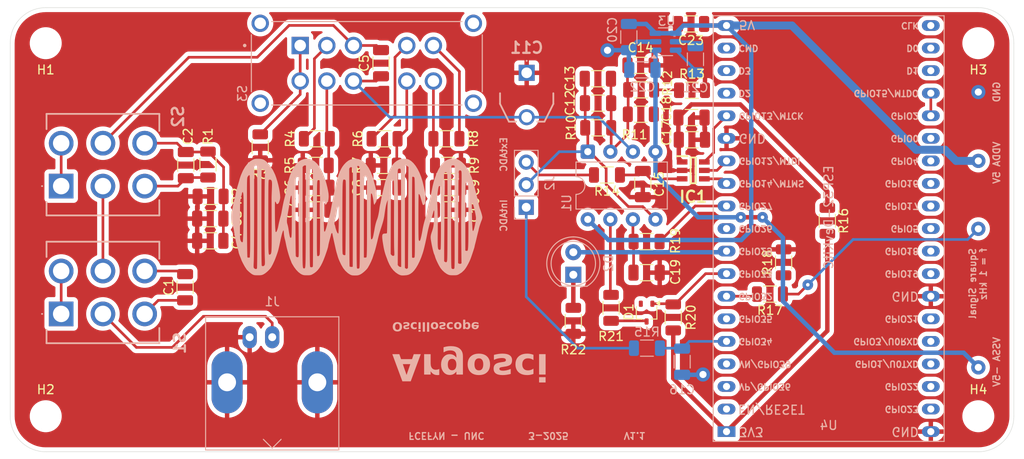
<source format=kicad_pcb>
(kicad_pcb (version 20241229) (generator "pcbnew") (generator_version "9.0")
  (title_block (title "Argosci PCB") (date "2025-03-13") (company "FCEFYN - UNC"))
  (layers (0 "F.Cu" signal) (2 "B.Cu" signal) (13 "F.Paste" user) (15 "B.Paste" user) (5 "F.SilkS" user "F.Silkscreen") (7 "B.SilkS" user "B.Silkscreen") (1 "F.Mask" user) (3 "B.Mask" user) (25 "Edge.Cuts" user))
  (net 0 "")
  (net 1 "Net-(S1-NO1)")
  (net 2 "Net-(S2-NO2)")
  (net 3 "Net-(S2-NO1)")
  (net 4 "GND")
  (net 5 "/Vatten")
  (net 6 "Net-(C6-Pad1)")
  (net 7 "Net-(C8-Pad1)")
  (net 8 "Net-(C10-Pad1)")
  (net 9 "/Complementary circuits/SIGNAL_INPUT")
  (net 10 "/Complementary circuits/EXT_ADC")
  (net 11 "/Complementary circuits/INT_ADC")
  (net 12 "+3.3V")
  (net 13 "Net-(U1B--)")
  (net 14 "VDDA")
  (net 15 "Net-(U3-C1+)")
  (net 16 "Net-(U3-C1-)")
  (net 17 "VSSA")
  (net 18 "Net-(D1-Pad3)")
  (net 19 "/Complementary circuits/TRANSIENT")
  (net 21 "/Complementary circuits/CLK_SPI")
  (net 22 "/Complementary circuits/MISO_SPI")
  (net 23 "Net-(J1-In)")
  (net 24 "/Square_signal")
  (net 25 "/Complementary circuits/SQUARE_ATTEN")
  (net 26 "/Complementary circuits/TRIGGER_PWM")
  (net 27 "Net-(R21-Pad2)")
  (net 28 "/Complementary circuits/LED_GPIO")
  (net 29 "Net-(S1-NC1)")
  (net 30 "Net-(S1-COM2)")
  (net 31 "Net-(S2-NC1)")
  (net 55 "Net-(U1A--)")
  (net 56 "Net-(D2-K)")
  (net 57 "Net-(S1-NO2)")
  (net 58 "Net-(S2-COM2)")
  (net 59 "/Complementary circuits/CS_SPI")
  (net 60 "/ESP32/CS_MCPWM_SYNC")
  (net 61 "Net-(IC1-VDD)")
  (net 62 "Net-(R3-Pad1)")
  (net 63 "Net-(R4-Pad2)")
  (net 64 "Net-(R6-Pad2)")
  (net 65 "Net-(R8-Pad2)")
  (net 66 "Net-(R12-Pad2)")
  (net 67 "Net-(J2-Pin_1)")
  (net 68 "Net-(J2-Pin_3)")
  (footprint "Resistor_SMD:R_1206_3216Metric" (layer "F.Cu") (at 125.525 79.76 180)
    (property "Reference" "R4")
    (property "Value" "910k")
  )
  (footprint "Resistor_SMD:R_1206_3216Metric" (layer "F.Cu") (at 178.075 93.675 90)
    (property "Reference" "R18")
    (property "Value" "6k8")
  )
  (footprint "Resistor_SMD:R_1206_3216Metric" (layer "F.Cu") (at 133.0625 82.76 180)
    (property "Reference" "R7")
    (property "Value" "160k")
  )
  (footprint "Capacitor_SMD:C_1206_3216Metric" (layer "F.Cu") (at 162.225 84.86 -90)
    (property "Reference" "C15")
    (property "Value" "68pF")
  )
  (footprint "Resistor_SMD:R_1206_3216Metric" (layer "F.Cu") (at 162.65 91.335)
    (property "Reference" "R19")
    (property "Value" "1.3M")
  )
  (footprint "MountingHole:MountingHole_3mm" (layer "F.Cu") (at 200 69)
    (property "Reference" "H3")
    (property "Value" "MountingHole")
  )
  (footprint "Resistor_SMD:R_1206_3216Metric" (layer "F.Cu") (at 113.27 82.6625 -90)
    (property "Reference" "R1")
    (property "Value" "1.5M")
  )
  (footprint "Resistor_SMD:R_1206_3216Metric" (layer "F.Cu") (at 162.0375 74.25)
    (property "Reference" "R12")
    (property "Value" "12k")
  )
  (footprint "MountingHole:MountingHole_3mm" (layer "F.Cu") (at 95 111)
    (property "Reference" "H2")
    (property "Value" "MountingHole")
  )
  (footprint "Capacitor_SMD:C_1206_3216Metric" (layer "F.Cu") (at 125.4625 85.26 180)
    (property "Reference" "C6")
    (property "Value" "6.8pF")
  )
  (footprint "Resistor_SMD:R_1206_3216Metric" (layer "F.Cu") (at 165.65 99.8725 90)
    (property "Reference" "R20")
    (property "Value" "33k")
  )
  (footprint "Package_TO_SOT_SMD:SOT-323_SC-70" (layer "F.Cu") (at 162.65 99.335 -90)
    (property "Reference" "D1")
    (property "Value" "BAT54CW")
  )
  (footprint "Capacitor_SMD:C_1206_3216Metric" (layer "F.Cu") (at 132.75 71.25 -90)
    (property "Reference" "C5")
    (property "Value" "18pF")
  )
  (footprint "Capacitor_SMD:C_1206_3216Metric" (layer "F.Cu") (at 140.3 87.76)
    (property "Reference" "C10")
    (property "Value" "47pF")
  )
  (footprint "Resistor_SMD:R_1206_3216Metric" (layer "F.Cu") (at 140.1125 79.76)
    (property "Reference" "R8")
    (property "Value" "1.3M")
  )
  (footprint "Resistor_SMD:R_1206_3216Metric" (layer "F.Cu") (at 158.65 98.7975 90)
    (property "Reference" "R21")
    (property "Value" "43k")
  )
  (footprint "Capacitor_SMD:C_1206_3216Metric" (layer "F.Cu") (at 167.75 79.87)
    (property "Reference" "C17")
    (property "Value" "1uF")
  )
  (footprint "Resistor_SMD:R_1206_3216Metric" (layer "F.Cu") (at 154.4 100.26 -90)
    (property "Reference" "R22")
    (property "Value" "270R")
  )
  (footprint "Capacitor_SMD:C_1206_3216Metric" (layer "F.Cu") (at 162.65 94.835)
    (property "Reference" "C19")
    (property "Value" "10nF")
  )
  (footprint "Capacitor_SMD:C_1206_3216Metric" (layer "F.Cu") (at 133.125 85.26 180)
    (property "Reference" "C8")
    (property "Value" "82pF")
  )
  (footprint "Capacitor_SMD:C_1206_3216Metric" (layer "F.Cu") (at 110.69 96.475 90)
    (property "Reference" "C1")
    (property "Value" "150nF")
  )
  (footprint "Resistor_SMD:R_1206_3216Metric" (layer "F.Cu") (at 113.5625 86.25 180)
    (property "Reference" "R2")
    (property "Value" "39k")
  )
  (footprint "Resistor_SMD:R_1206_3216Metric" (layer "F.Cu") (at 125.4 82.76 180)
    (property "Reference" "R5")
    (property "Value" "590k")
  )
  (footprint "Resistor_SMD:R_1206_3216Metric" (layer "F.Cu") (at 176.5375 97.25 180)
    (property "Reference" "R17")
    (property "Value" "15k")
  )
  (footprint "Resistor_SMD:R_1206_3216Metric" (layer "F.Cu") (at 119.15 80.7225 -90)
    (property "Reference" "R3")
    (property "Value" "1.3M")
  )
  (footprint "MountingHole:MountingHole_3mm" (layer "F.Cu") (at 95 69)
    (property "Reference" "H1")
    (property "Value" "MountingHole")
  )
  (footprint "Capacitor_SMD:C_1206_3216Metric" (layer "F.Cu") (at 125.4625 87.76 180)
    (property "Reference" "C7")
    (property "Value" "1pF")
  )
  (footprint "Resistor_SMD:R_1206_3216Metric" (layer "F.Cu") (at 133.15 79.76 180)
    (property "Reference" "R6")
    (property "Value" "910k")
  )
  (footprint "MountingHole:MountingHole_3mm" (layer "F.Cu") (at 200 111)
    (property "Reference" "H4")
    (property "Value" "MountingHole")
  )
  (footprint "Resistor_SMD:R_1206_3216Metric" (layer "F.Cu") (at 140.2875 82.76)
    (property "Reference" "R9")
    (property "Value" "82k")
  )
  (footprint "Resistor_SMD:R_1206_3216Metric" (layer "F.Cu") (at 167.7625 74.3)
    (property "Reference" "R13")
    (property "Value" "270k")
  )
  (footprint "Resistor_SMD:R_1206_3216Metric" (layer "F.Cu") (at 157.2 78.53)
    (property "Reference" "R10")
    (property "Value" "330k")
  )
  (footprint "Capacitor_SMD:C_1206_3216Metric" (layer "F.Cu") (at 140.3 85.26)
    (property "Reference" "C9")
    (property "Value" "220pF")
  )
  (footprint "Capacitor_SMD:C_1206_3216Metric" (layer "F.Cu") (at 157.185 75.75 180)
    (property "Reference" "C12")
    (property "Value" "68pF")
  )
  (footprint "Capacitor_SMD:C_1206_3216Metric" (layer "F.Cu") (at 113.525 88.75 180)
    (property "Reference" "C3")
    (property "Value" "680pF")
  )
  (footprint "Resistor_SMD:R_1206_3216Metric" (layer "F.Cu") (at 183 89 -90)
    (property "Reference" "R16")
    (property "Value" "0R")
  )
  (footprint "footprints:SOT95P280X145-6N" (layer "F.Cu") (at 167.9 83.32)
    (property "Reference" "IC1")
    (property "Value" "ADS7884SDBVT" (hide yes))
  )
  (footprint "Capacitor_SMD:C_1206_3216Metric" (layer "F.Cu") (at 113.525 91.25 180)
    (property "Reference" "C4")
    (property "Value" "18pF")
  )
  (footprint "Capacitor_SMD:C_1206_3216Metric" (layer "F.Cu") (at 167.65 66.835 180)
    (property "Reference" "C23")
    (property "Value" "100nF")
  )
  (footprint "Capacitor_SMD:C_1206_3216Metric" (layer "F.Cu") (at 167.7 77.37)
    (property "Reference" "C18")
    (property "Value" "10nF")
  )
  (footprint "Resistor_SMD:R_1206_3216Metric" (layer "F.Cu") (at 158.1875 83.835 180)
    (property "Reference" "R14")
    (property "Value" "680R")
  )
  (footprint "Capacitor_SMD:C_1206_3216Metric" (layer "F.Cu") (at 161.975 71.5 180)
    (property "Reference" "C14")
    (property "Value" "100pF")
  )
  (footprint "Resistor_SMD:R_1206_3216Metric" (layer "F.Cu") (at 162 77)
    (property "Reference" "R11")
    (property "Value" "1M")
  )
  (footprint "Capacitor_SMD:C_1206_3216Metric" (layer "F.Cu") (at 157.165 73 180)
    (property "Reference" "C13")
    (property "Value" "1pF")
  )
  (footprint "Capacitor_SMD:C_1206_3216Metric" (layer "F.Cu") (at 110.77 82.725 90)
    (property "Reference" "C2")
    (property "Value" "18pF")
  )
  (footprint "Connector_PinHeader_2.54mm:PinHeader_1x03_P2.54mm_Vertical" (layer "B.Cu") (at 149.1 87.475)
    (property "Reference" "J2")
    (property "Value" "Conn_01x03_Pin")
  )
  (footprint "Capacitor_SMD:C_1206_3216Metric" (layer "B.Cu") (at 168.15 70.81 -90)
    (property "Reference" "C21")
    (property "Value" "1uF")
  )
  (footprint "Connector_Coaxial:BNC_Amphenol_B6252HB-NPP3G-50_Horizontal" (layer "B.Cu") (at 120.5 102.1)
    (property "Reference" "J1")
    (property "Value" "Conn_Coaxial")
  )
  (footprint "footprints:GKG30015" (layer "B.Cu") (at 149.15 72.335 -90)
    (property "Reference" "C11")
    (property "Value" "GKG30015" (hide yes))
  )
  (footprint "footprints:SW_SLW-2414894-6A-RA-S-D" (layer "B.Cu") (at 131.15 71.26)
    (property "Reference" "S3")
    (property "Value" "SLW-2414894-6A-RA-S-D")
  )
  (footprint "Package_DIP:DIP-8_W7.62mm" (layer "B.Cu") (at 156.03 81.215 -90)
    (property "Reference" "U1")
    (property "Value" "TL082")
  )
  (footprint "Capacitor_SMD:C_1206_3216Metric" (layer "B.Cu") (at 160.65 68.31 -90)
    (property "Reference" "C20")
    (property "Value" "2.2uF")
  )
  (footprint "Capacitor_SMD:C_1206_3216Metric" (layer "B.Cu") (at 166.65 104.86 -90)
    (property "Reference" "C16")
    (property "Value" "100p")
  )
  (footprint "Capacitor_SMD:C_1206_3216Metric" (layer "B.Cu") (at 162.175 72 180)
    (property "Reference" "C22")
    (property "Value" "2.2uF")
  )
  (footprint "Package_TO_SOT_SMD:SOT-23-6" (layer "B.Cu") (at 164.7875 68.835)
    (property "Reference" "U3")
    (property "Value" "LM2776")
  )
  (footprint "footprints:100DP2T1B1M2QEH" (layer "B.Cu") (at 96.74 85.09)
    (property "Reference" "S2")
    (property "Value" "100DP2T1B1M2QEH" (hide yes))
  )
  (footprint "Resistor_SMD:R_1206_3216Metric" (layer "B.Cu") (at 162.6875 103.335 180)
    (property "Reference" "R15")
    (property "Value" "3k3")
  )
  (footprint "LOGO" (layer "B.Cu") (at 130 88.75)
    (property "Reference" "G***" (hide yes))
    (property "Value" "LOGO" (hide yes))
  )
  (footprint "PCM_Espressif:ESP32-DevKitC" (layer "B.Cu") (at 170.45 112.73)
    (property "Reference" "U4")
    (property "Value" "ESP32-DevKitC")
  )
  (footprint "LED_THT:LED_D5.0mm" (layer "B.Cu") (at 154.4 95.0725 90)
    (property "Reference" "D2")
    (property "Value" "LED")
  )
  (footprint "footprints:100DP2T1B1M2QEH" (layer "B.Cu") (at 96.74 99.48)
    (property "Reference" "S1")
    (property "Value" "100DP2T1B1M2QEH" (hide yes))
  )
  (gr_arc (start 204 111) (mid 202.828427 113.828427) (end 200 115) (stroke (width 0.05)) (layer "Edge.Cuts"))
  (gr_arc (start 95 115) (mid 92.171573 113.828427) (end 91 111) (stroke (width 0.05)) (layer "Edge.Cuts"))
  (gr_line (start 91 111) (end 91 69) (stroke (width 0.05)) (layer "Edge.Cuts"))
  (gr_line (start 204 111) (end 204 69) (stroke (width 0.05)) (layer "Edge.Cuts"))
  (gr_arc (start 91 69) (mid 92.171573 66.171573) (end 95 65) (stroke (width 0.05)) (layer "Edge.Cuts"))
  (gr_line (start 95 65) (end 200 65) (stroke (width 0.05)) (layer "Edge.Cuts"))
  (gr_line (start 200 115) (end 95 115) (stroke (width 0.05)) (layer "Edge.Cuts"))
  (gr_arc (start 200 65) (mid 202.828427 66.171573) (end 204 69) (stroke (width 0.05)) (layer "Edge.Cuts"))
  (gr_text "Oscilloscope" (at 134 100.25 180) (layer "B.SilkS") (effects (font (size 1 1) (thickness 0.25) (bold yes)) (justify left bottom mirror)))
  (gr_text "FCEFYN - UNC" (at 135.75 112.75 180) (layer "B.SilkS") (effects (font (size 0.75 0.75) (thickness 0.15) (bold yes)) (justify left bottom mirror)))
  (gr_text "Square Signal\nf = 1 kHz" (at 201 92 90) (layer "B.SilkS") (effects (font (size 0.75 0.75) (thickness 0.15) (bold yes)) (justify left bottom mirror)))
  (gr_text "VDDA 5V" (at 202.5 80 90) (layer "B.SilkS") (effects (font (size 0.75 0.75) (thickness 0.15) (bold yes)) (justify left bottom mirror)))
  (gr_text "3-2025" (at 149.25 112.75 180) (layer "B.SilkS") (effects (font (size 0.75 0.75) (thickness 0.15) (bold yes)) (justify left bottom mirror)))
  (gr_text "ExtADC" (at 147 79.5 90) (layer "B.SilkS") (effects (font (size 0.75 0.75) (thickness 0.15) (bold yes)) (justify left bottom mirror)))
  (gr_text "Argosci" (at 134 103.5 180) (layer "B.SilkS") (effects (font (size 3 3) (thickness 0.6) (bold yes)) (justify left bottom mirror)))
  (gr_text "V1.1" (at 160 112.75 180) (layer "B.SilkS") (effects (font (size 0.75 0.75) (thickness 0.15) (bold yes)) (justify left bottom mirror)))
  (gr_text "IntADC" (at 147 86.5 90) (layer "B.SilkS") (effects (font (size 0.75 0.75) (thickness 0.15) (bold yes)) (justify left bottom mirror)))
  (gr_text "GND" (at 202.5 73.25 90) (layer "B.SilkS") (effects (font (size 0.75 0.75) (thickness 0.15) (bold yes)) (justify left bottom mirror)))
  (gr_text "VSSA -5V" (at 202.5 102 90) (layer "B.SilkS") (effects (font (size 0.75 0.75) (thickness 0.15) (bold yes)) (justify left bottom mirror)))
  (segment (start 106.14 99.48) (end 107.67 97.95) (width 0.3) (layer "F.Cu") (net 1))
  (segment (start 107.67 97.95) (end 110.69 97.95) (width 0.3) (layer "F.Cu") (net 1))
  (segment (start 115.025 86.25) (end 115.025 88.725) (width 0.3) (layer "F.Cu") (net 2))
  (segment (start 113.22 81.25) (end 113.27 81.2) (width 0.3) (layer "F.Cu") (net 2))
  (segment (start 115.025 88.725) (end 115 88.75) (width 0.3) (layer "F.Cu") (net 2))
  (segment (start 110.77 81.25) (end 113.22 81.25) (width 0.3) (layer "F.Cu") (net 2))
  (segment (start 115.025 82.955) (end 115.025 86.25) (width 0.3) (layer "F.Cu") (net 2))
  (segment (start 115 91.25) (end 115 88.75) (width 0.3) (layer "F.Cu") (net 2))
  (segment (start 109.78 80.26) (end 110.77 81.25) (width 0.3) (layer "F.Cu") (net 2))
  (segment (start 113.27 81.2) (end 115.025 82.955) (width 0.3) (layer "F.Cu") (net 2))
  (segment (start 106.14 80.26) (end 109.78 80.26) (width 0.3) (layer "F.Cu") (net 2))
  (segment (start 109.88 85.09) (end 110.77 84.2) (width 0.3) (layer "F.Cu") (net 3))
  (segment (start 106.14 85.09) (end 109.88 85.09) (width 0.3) (layer "F.Cu") (net 3))
  (segment (start 113.27 84.125) (end 110.845 84.125) (width 0.3) (layer "F.Cu") (net 3))
  (segment (start 110.845 84.125) (end 110.77 84.2) (width 0.3) (layer "F.Cu") (net 3))
  (via (at 158.25 69.8) (size 1.6) (drill 0.8) (layers "F.Cu" "B.Cu") (net 4))
  (via (at 200 74.5) (size 1.6) (drill 0.8) (layers "F.Cu" "B.Cu") (net 4))
  (via (at 169 106.3) (size 1.6) (drill 0.8) (layers "F.Cu" "B.Cu") (net 4))
  (segment (start 160.65 69.785) (end 158.265 69.785) (width 0.5) (layer "B.Cu") (net 4))
  (segment (start 166.65 106.335) (end 168.965 106.335) (width 0.5) (layer "B.Cu") (net 4))
  (segment (start 160.7 69.835) (end 160.65 69.785) (width 0.5) (layer "B.Cu") (net 4))
  (segment (start 160.65 69.785) (end 160.65 71.95) (width 0.5) (layer "B.Cu") (net 4))
  (segment (start 160.65 71.95) (end 160.7 72) (width 0.5) (layer "B.Cu") (net 4))
  (segment (start 168.965 106.335) (end 169 106.3) (width 0.5) (layer "B.Cu") (net 4))
  (segment (start 168.565 106.335) (end 168.6 106.3) (width 0.5) (layer "B.Cu") (net 4))
  (segment (start 161.6 68.835) (end 163.65 68.835) (width 0.5) (layer "B.Cu") (net 4))
  (segment (start 158.715 69.785) (end 158.7 69.8) (width 0.5) (layer "B.Cu") (net 4))
  (segment (start 160.65 69.785) (end 161.6 68.835) (width 0.5) (layer "B.Cu") (net 4))
  (segment (start 158.265 69.785) (end 158.25 69.8) (width 0.5) (layer "B.Cu") (net 4))
  (segment (start 129.65 73.26) (end 132.215 73.26) (width 0.3) (layer "F.Cu") (net 5))
  (segment (start 132.215 73.26) (end 132.75 72.725) (width 0.3) (layer "F.Cu") (net 5))
  (segment (start 149.15 77.335) (end 157.23 77.335) (width 0.3) (layer "B.Cu") (net 5))
  (segment (start 129.65 73.26) (end 133.725 77.335) (width 0.3) (layer "B.Cu") (net 5))
  (segment (start 157.23 77.335) (end 161.11 81.215) (width 0.3) (layer "B.Cu") (net 5))
  (segment (start 133.725 77.335) (end 149.15 77.335) (width 0.3) (layer "B.Cu") (net 5))
  (segment (start 126.8625 79.8875) (end 126.8625 82.76) (width 0.3) (layer "F.Cu") (net 6))
  (segment (start 126.8625 85.185) (end 126.9375 85.26) (width 0.3) (layer "F.Cu") (net 6))
  (segment (start 126.9875 79.76) (end 126.9875 79.7625) (width 0.3) (layer "F.Cu") (net 6))
  (segment (start 126.9375 85.26) (end 126.9375 87.76) (width 0.3) (layer "F.Cu") (net 6))
  (segment (start 126.8625 82.76) (end 126.8625 85.185) (width 0.3) (layer "F.Cu") (net 6))
  (segment (start 126.65 73.26) (end 126.65 79.4225) (width 0.3) (layer "F.Cu") (net 6))
  (segment (start 126.9875 79.7625) (end 126.8625 79.8875) (width 0.3) (layer "F.Cu") (net 6))
  (segment (start 126.65 79.4225) (end 126.9875 79.76) (width 0.3) (layer "F.Cu") (net 6))
  (segment (start 135.65 78.7225) (end 134.6125 79.76) (width 0.3) (layer "F.Cu") (net 7))
  (segment (start 134.525 80.2) (end 134.525 82.76) (width 0.3) (layer "F.Cu") (net 7))
  (segment (start 134.6125 80.1125) (end 134.525 80.2) (width 0.3) (layer "F.Cu") (net 7))
  (segment (start 134.525 82.76) (end 134.525 85.185) (width 0.3) (layer "F.Cu") (net 7))
  (segment (start 135.65 73.26) (end 135.65 78.7225) (width 0.3) (layer "F.Cu") (net 7))
  (segment (start 134.6125 79.76) (end 134.6125 80.1125) (width 0.3) (layer "F.Cu") (net 7))
  (segment (start 134.525 85.185) (end 134.6 85.26) (width 0.3) (layer "F.Cu") (net 7))
  (segment (start 138.825 85.26) (end 138.825 87.76) (width 0.3) (layer "F.Cu") (net 8))
  (segment (start 138.825 82.76) (end 138.825 85.26) (width 0.3) (layer "F.Cu") (net 8))
  (segment (start 138.65 79.76) (end 138.65 82.585) (width 0.3) (layer "F.Cu") (net 8))
  (segment (start 138.65 82.585) (end 138.825 82.76) (width 0.3) (layer "F.Cu") (net 8))
  (segment (start 138.65 73.26) (end 138.65 79.76) (width 0.3) (layer "F.Cu") (net 8))
  (segment (start 156.03 78.8225) (end 155.7375 78.53) (width 0.3) (layer "F.Cu") (net 9))
  (segment (start 155.7375 78.53) (end 155.7375 75.7775) (width 0.3) (layer "F.Cu") (net 9))
  (segment (start 156.03 81.215) (end 156.03 78.8225) (width 0.3) (layer "F.Cu") (net 9))
  (segment (start 158.1 83.1) (end 158.1 84.9) (width 0.3) (layer "F.Cu") (net 9))
  (segment (start 160.6 87.4) (end 162.215 87.4) (width 0.3) (layer "F.Cu") (net 9))
  (segment (start 156.215 81.215) (end 158.1 83.1) (width 0.3) (layer "F.Cu") (net 9))
  (segment (start 156.03 81.215) (end 156.215 81.215) (width 0.3) (layer "F.Cu") (net 9))
  (segment (start 155.725 80.91) (end 156.03 81.215) (width 0.3) (layer "F.Cu") (net 9))
  (segment (start 155.71 75.75) (end 155.71 73.02) (width 0.3) (layer "F.Cu") (net 9))
  (segment (start 155.7375 75.7775) (end 155.71 75.75) (width 0.3) (layer "F.Cu") (net 9))
  (segment (start 162.215 87.4) (end 163.65 88.835) (width 0.3) (layer "F.Cu") (net 9))
  (segment (start 158.1 84.9) (end 160.6 87.4) (width 0.3) (layer "F.Cu") (net 9))
  (segment (start 155.71 73.02) (end 155.69 73) (width 0.3) (layer "F.Cu") (net 9))
  (segment (start 152.82 81.215) (end 156.03 81.215) (width 0.3) (layer "B.Cu") (net 9))
  (segment (start 156.03 81.22) (end 156.03 81.215) (width 0.3) (layer "B.Cu") (net 9))
  (segment (start 149.1 84.935) (end 152.82 81.215) (width 0.3) (layer "B.Cu") (net 9))
  (segment (start 163.11 84.27) (end 166.65 84.27) (width 0.3) (layer "F.Cu") (net 10))
  (segment (start 162.225 83.385) (end 163.11 84.27) (width 0.3) (layer "F.Cu") (net 10))
  (segment (start 159.65 83.835) (end 161.775 83.835) (width 0.3) (layer "F.Cu") (net 10))
  (segment (start 161.775 83.835) (end 162.225 83.385) (width 0.3) (layer "F.Cu") (net 10))
  (segment (start 171.65 102.57) (end 167.465 102.57) (width 0.3) (layer "B.Cu") (net 11))
  (segment (start 167.465 102.57) (end 166.65 103.385) (width 0.3) (layer "B.Cu") (net 11))
  (segment (start 164.15 103.335) (end 166.6 103.335) (width 0.3) (layer "B.Cu") (net 11))
  (segment (start 166.6 103.335) (end 166.65 103.385) (width 0.3) (layer "B.Cu") (net 11))
  (segment (start 183 101.38) (end 183 90.4625) (width 0.5) (layer "F.Cu") (net 12))
  (segment (start 171.65 112.73) (end 183 101.38) (width 0.5) (layer "F.Cu") (net 12))
  (segment (start 165.65 106.73) (end 165.65 101.335) (width 0.5) (layer "F.Cu") (net 12))
  (segment (start 171.65 112.73) (end 165.65 106.73) (width 0.5) (layer "F.Cu") (net 12))
  (segment (start 161.1875 94.8225) (end 161.175 94.835) (width 0.3) (layer "F.Cu") (net 13))
  (segment (start 161.11 91.2575) (end 161.1875 91.335) (width 0.3) (layer "F.Cu") (net 13))
  (segment (start 161.1875 91.335) (end 161.1875 94.8225) (width 0.3) (layer "F.Cu") (net 13))
  (segment (start 161.11 88.835) (end 161.11 91.2575) (width 0.3) (layer "F.Cu") (net 13))
  (segment (start 171.65 67.01) (end 169.3 67.01) (width 0.5) (layer "F.Cu") (net 14))
  (segment (start 169.3 67.01) (end 169.125 66.835) (width 0.3) (layer "F.Cu") (net 14))
  (via (at 200 82.25) (size 1.6) (drill 0.8) (layers "F.Cu" "B.Cu") (net 14))
  (segment (start 156.03 88.835) (end 158.355 91.16) (width 0.5) (layer "B.Cu") (net 14))
  (segment (start 179.01 67.01) (end 193 81) (width 0.9) (layer "B.Cu") (net 14))
  (segment (start 197.5 82.25) (end 200 82.25) (width 0.9) (layer "B.Cu") (net 14))
  (segment (start 174.43 90.04) (end 174.43 69.79) (width 0.5) (layer "B.Cu") (net 14))
  (segment (start 174.43 69.79) (end 171.65 67.01) (width 0.5) (layer "B.Cu") (net 14))
  (segment (start 171.65 67.01) (end 166.8 67.01) (width 0.5) (layer "B.Cu") (net 14))
  (segment (start 162.6 66.835) (end 163.65 67.885) (width 0.5) (layer "B.Cu") (net 14))
  (segment (start 193 81) (end 196.25 81) (width 0.9) (layer "B.Cu") (net 14))
  (segment (start 160.65 66.835) (end 162.6 66.835) (width 0.5) (layer "B.Cu") (net 14))
  (segment (start 158.355 91.16) (end 173.31 91.16) (width 0.5) (layer "B.Cu") (net 14))
  (segment (start 171.475 66.835) (end 171.65 67.01) (width 0.3) (layer "B.Cu") (net 14))
  (segment (start 196.25 81) (end 197.5 82.25) (width 0.9) (layer "B.Cu") (net 14))
  (segment (start 171.65 67.01) (end 179.01 67.01) (width 0.9) (layer "B.Cu") (net 14))
  (segment (start 173.31 91.16) (end 174.43 90.04) (width 0.5) (layer "B.Cu") (net 14))
  (segment (start 165.925 67.885) (end 163.65 67.885) (width 0.5) (layer "B.Cu") (net 14))
  (segment (start 166.8 67.01) (end 165.925 67.885) (width 0.5) (layer "B.Cu") (net 14))
  (segment (start 165.925 68.835) (end 167.65 68.835) (width 0.3) (layer "B.Cu") (net 15))
  (segment (start 167.65 68.835) (end 168.15 69.335) (width 0.3) (layer "B.Cu") (net 15))
  (segment (start 165.925 69.785) (end 168.15 72.01) (width 0.3) (layer "B.Cu") (net 16))
  (segment (start 168.15 72.01) (end 168.15 72.285) (width 0.3) (layer "B.Cu") (net 16))
  (segment (start 173.25 88.6) (end 175.7 88.6) (width 0.5) (layer "F.Cu") (net 17))
  (segment (start 163.65 81.215) (end 163.65 77.1875) (width 0.3) (layer "F.Cu") (net 17))
  (segment (start 163.65 77.1875) (end 163.4625 77) (width 0.5) (layer "F.Cu") (net 17))
  (via (at 175.7 88.6) (size 1.2) (drill 0.4) (layers "F.Cu" "B.Cu") (net 17))
  (via (at 200 105.5) (size 1.6) (drill 0.8) (layers "F.Cu" "B.Cu") (net 17))
  (via (at 173.25 88.6) (size 1.2) (drill 0.4) (layers "F.Cu" "B.Cu") (net 17))
  (segment (start 168.45 88.6) (end 173.25 88.6) (width 0.5) (layer "B.Cu") (net 17))
  (segment (start 197.45 103.85) (end 198.35 103.85) (width 0.5) (layer "B.Cu") (net 17))
  (segment (start 183.8 103.85) (end 197.45 103.85) (width 0.5) (layer "B.Cu") (net 17))
  (segment (start 175.7 88.6) (end 178 90.9) (width 0.5) (layer "B.Cu") (net 17))
  (segment (start 167.45 87.6) (end 168.45 88.6) (width 0.5) (layer "B.Cu") (net 17))
  (segment (start 198.35 103.85) (end 200 105.5) (width 0.5) (layer "B.Cu") (net 17))
  (segment (start 163.65 83.8) (end 167.45 87.6) (width 0.5) (layer "B.Cu") (net 17))
  (segment (start 178 97.4) (end 178 98.05) (width 0.5) (layer "B.Cu") (net 17))
  (segment (start 163.65 72) (end 163.65 81.215) (width 0.5) (layer "B.Cu") (net 17))
  (segment (start 163.65 81.215) (end 163.65 83.8) (width 0.5) (layer "B.Cu") (net 17))
  (segment (start 178 90.9) (end 178 97.4) (width 0.5) (layer "B.Cu") (net 17))
  (segment (start 178 98.05) (end 182.2 102.25) (width 0.5) (layer "B.Cu") (net 17))
  (segment (start 182.2 102.25) (end 183.8 103.85) (width 0.5) (layer "B.Cu") (net 17))
  (segment (start 163.65 69.785) (end 163.65 72) (width 0.5) (layer "B.Cu") (net 17))
  (segment (start 158.65 100.26) (end 162.575 100.26) (width 0.3) (layer "F.Cu") (net 18))
  (segment (start 162.575 100.26) (end 162.65 100.335) (width 0.3) (layer "F.Cu") (net 18))
  (segment (start 169.3 94.95) (end 171.65 94.95) (width 0.3) (layer "F.Cu") (net 19))
  (segment (start 165.65 98.41) (end 165.84 98.41) (width 0.3) (layer "F.Cu") (net 19))
  (segment (start 165.575 98.335) (end 165.65 98.41) (width 0.3) (layer "F.Cu") (net 19))
  (segment (start 165.84 98.41) (end 169.3 94.95) (width 0.3) (layer "F.Cu") (net 19))
  (segment (start 163.3 98.335) (end 165.575 98.335) (width 0.3) (layer "F.Cu") (net 19))
  (segment (start 169.15 84.27) (end 171.13 84.27) (width 0.3) (layer "F.Cu") (net 21))
  (segment (start 171.13 84.27) (end 171.65 84.79) (width 0.3) (layer "F.Cu") (net 21))
  (segment (start 169.15 83.32) (end 170.58 83.32) (width 0.3) (layer "F.Cu") (net 22))
  (segment (start 170.58 83.32) (end 171.65 82.25) (width 0.3) (layer "F.Cu") (net 22))
  (segment (start 119.75 99.75) (end 112.75 99.75) (width 0.3) (layer "F.Cu") (net 23))
  (segment (start 120.5 100.5) (end 119.75 99.75) (width 0.3) (layer "F.Cu") (net 23))
  (segment (start 120.5 102.1) (end 120.5 100.5) (width 0.3) (layer "F.Cu") (net 23))
  (segment (start 105.21 103.25) (end 101.44 99.48) (width 0.3) (layer "F.Cu") (net 23))
  (segment (start 112.75 99.75) (end 109.25 103.25) (width 0.3) (layer "F.Cu") (net 23))
  (segment (start 109.25 103.25) (end 105.21 103.25) (width 0.3) (layer "F.Cu") (net 23))
  (segment (start 179.75 97.25) (end 180.8 96.2) (width 0.3) (layer "F.Cu") (net 24))
  (segment (start 178 97.25) (end 179.75 97.25) (width 0.3) (layer "F.Cu") (net 24))
  (segment (start 178 95.2125) (end 178.075 95.1375) (width 0.3) (layer "F.Cu") (net 24))
  (segment (start 178 97.25) (end 178 95.2125) (width 0.3) (layer "F.Cu") (net 24))
  (via (at 200 89.9) (size 1.6) (drill 0.8) (layers "F.Cu" "B.Cu") (net 24))
  (via (at 180.8 96.2) (size 1.2) (drill 0.4) (layers "F.Cu" "B.Cu") (net 24))
  (segment (start 198.8 91.1) (end 200 89.9) (width 0.3) (layer "B.Cu") (net 24))
  (segment (start 195 91.1) (end 198.8 91.1) (width 0.3) (layer "B.Cu") (net 24))
  (segment (start 180.8 96.2) (end 185.9 91.1) (width 0.3) (layer "B.Cu") (net 24))
  (segment (start 185.9 91.1) (end 195 91.1) (width 0.3) (layer "B.Cu") (net 24))
  (segment (start 171.65 97.49) (end 174.835 97.49) (width 0.3) (layer "F.Cu") (net 25))
  (segment (start 174.835 97.49) (end 175.075 97.25) (width 0.3) (layer "F.Cu") (net 25))
  (segment (start 164.1125 91.335) (end 168.1175 87.33) (width 0.3) (layer "F.Cu") (net 26))
  (segment (start 168.1175 87.33) (end 171.65 87.33) (width 0.3) (layer "F.Cu") (net 26))
  (segment (start 158.57 97.255) (end 158.65 97.335) (width 0.3) (layer "F.Cu") (net 27))
  (segment (start 158.57 88.835) (end 158.57 97.255) (width 0.3) (layer "F.Cu") (net 27))
  (segment (start 154.5225 92.41) (end 154.4 92.5325) (width 0.3) (layer "B.Cu") (net 28))
  (segment (start 154.4 92.5325) (end 171.5275 92.5325) (width 0.5) (layer "B.Cu") (net 28))
  (segment (start 171.5275 92.5325) (end 171.65 92.41) (width 0.3) (layer "B.Cu") (net 28))
  (segment (start 96.74 99.48) (end 96.74 94.65) (width 0.3) (layer "F.Cu") (net 29))
  (segment (start 101.44 94.65) (end 101.44 85.09) (width 0.3) (layer "F.Cu") (net 30))
  (segment (start 96.74 85.09) (end 96.74 80.26) (width 0.3) (layer "F.Cu") (net 31))
  (segment (start 158.66 78.5275) (end 158.6625 78.53) (width 0.3) (layer "F.Cu") (net 55))
  (segment (start 158.66 75.75) (end 158.66 78.5275) (width 0.3) (layer "F.Cu") (net 55))
  (segment (start 160.5 71.5) (end 160.5 74.175) (width 0.3) (layer "F.Cu") (net 55))
  (segment (start 160.5375 77) (end 160.5375 79.2475) (width 0.3) (layer "F.Cu") (net 55))
  (segment (start 160.575 76.9625) (end 160.5375 77) (width 0.3) (layer "F.Cu") (net 55))
  (segment (start 160.5375 79.2475) (end 158.57 81.215) (width 0.3) (layer "F.Cu") (net 55))
  (segment (start 160.5 74.175) (end 160.575 74.25) (width 0.3) (layer "F.Cu") (net 55))
  (segment (start 158.64 75.73) (end 158.66 75.75) (width 0.3) (layer "F.Cu") (net 55))
  (segment (start 158.6625 81.1225) (end 158.57 81.215) (width 0.3) (layer "F.Cu") (net 55))
  (segment (start 158.64 73) (end 158.64 75.73) (width 0.3) (layer "F.Cu") (net 55))
  (segment (start 158.6625 78.53) (end 158.6625 81.1225) (width 0.3) (layer "F.Cu") (net 55))
  (segment (start 160.575 74.25) (end 160.575 76.9625) (width 0.3) (layer "F.Cu") (net 55))
  (segment (start 154.4 98.7975) (end 154.4 95.0725) (width 0.5) (layer "F.Cu") (net 56))
  (segment (start 110.34 94.65) (end 110.69 95) (width 0.3) (layer "F.Cu") (net 57))
  (segment (start 106.14 94.65) (end 110.34 94.65) (width 0.3) (layer "F.Cu") (net 57))
  (segment (start 127.39 67) (end 129.65 69.26) (width 0.3) (layer "F.Cu") (net 58))
  (segment (start 111.114 70.586) (end 118.814 70.586) (width 0.3) (layer "F.Cu") (net 58))
  (segment (start 122.4 67) (end 127.39 67) (width 0.3) (layer "F.Cu") (net 58))
  (segment (start 132.235 69.26) (end 132.75 69.775) (width 0.3) (layer "F.Cu") (net 58))
  (segment (start 118.814 70.586) (end 122.4 67) (width 0.3) (layer "F.Cu") (net 58))
  (segment (start 129.65 69.26) (end 132.235 69.26) (width 0.3) (layer "F.Cu") (net 58))
  (segment (start 101.44 80.26) (end 111.114 70.586) (width 0.3) (layer "F.Cu") (net 58))
  (segment (start 170.2 78.62) (end 171.65 77.17) (width 0.3) (layer "F.Cu") (net 59))
  (segment (start 169.15 82.37) (end 170.2 81.32) (width 0.3) (layer "F.Cu") (net 59))
  (segment (start 170.2 81.32) (end 170.2 78.62) (width 0.3) (layer "F.Cu") (net 59))
  (segment (start 194.65 74.63) (end 194.65 77.17) (width 0.3) (layer "F.Cu") (net 60))
  (segment (start 166.225 77.37) (end 167.695 75.9) (width 0.5) (layer "F.Cu") (net 61))
  (segment (start 166.275 81.995) (end 166.65 82.37) (width 0.5) (layer "F.Cu") (net 61))
  (segment (start 167.695 75.9) (end 173.2 75.9) (width 0.5) (layer "F.Cu") (net 61))
  (segment (start 166.275 79.87) (end 166.275 81.995) (width 0.5) (layer "F.Cu") (net 61))
  (segment (start 166.225 77.37) (end 166.225 79.82) (width 0.5) (layer "F.Cu") (net 61))
  (segment (start 166.225 79.82) (end 166.275 79.87) (width 0.5) (layer "F.Cu") (net 61))
  (segment (start 183 85.7) (end 183 87.5375) (width 0.5) (layer "F.Cu") (net 61))
  (segment (start 173.2 75.9) (end 183 85.7) (width 0.5) (layer "F.Cu") (net 61))
  (segment (start 123.65 74.76) (end 119.15 79.26) (width 0.3) (layer "F.Cu") (net 62))
  (segment (start 123.65 69.26) (end 123.65 73.26) (width 0.3) (layer "F.Cu") (net 62))
  (segment (start 123.65 73.26) (end 123.65 74.76) (width 0.3) (layer "F.Cu") (net 62))
  (segment (start 125.25 70.75) (end 125.25 78.5725) (width 0.3) (layer "F.Cu") (net 63))
  (segment (start 126.65 69.35) (end 125.25 70.75) (width 0.3) (layer "F.Cu") (net 63))
  (segment (start 126.65 69.26) (end 126.65 69.35) (width 0.3) (layer "F.Cu") (net 63))
  (segment (start 125.25 78.5725) (end 124.0625 79.76) (width 0.3) (layer "F.Cu") (net 63))
  (segment (start 135.65 69.26) (end 134.324 70.586) (width 0.3) (layer "F.Cu") (net 64))
  (segment (start 134.324 77.1235) (end 131.6875 79.76) (width 0.3) (layer "F.Cu") (net 64))
  (segment (start 134.324 70.586) (end 134.324 77.1235) (width 0.3) (layer "F.Cu") (net 64))
  (segment (start 138.65 69.26) (end 141.575 72.185) (width 0.3) (layer "F.Cu") (net 65))
  (segment (start 141.575 72.185) (end 141.575 79.76) (width 0.3) (layer "F.Cu") (net 65))
  (segment (start 163.5 74.25) (end 166.25 74.25) (width 0.3) (layer "F.Cu") (net 66))
  (segment (start 166.25 74.25) (end 166.3 74.3) (width 0.3) (layer "F.Cu") (net 66))
  (segment (start 149.1 87.475) (end 149.1 97.55) (width 0.3) (layer "B.Cu") (net 67))
  (segment (start 149.1 97.55) (end 154.9 103.35) (width 0.3) (layer "B.Cu") (net 67))
  (segment (start 154.915 103.335) (end 161.225 103.335) (width 0.3) (layer "B.Cu") (net 67))
  (segment (start 154.9 103.35) (end 154.915 103.335) (width 0.3) (layer "B.Cu") (net 67))
  (segment (start 150.54 83.835) (end 156.725 83.835) (width 0.3) (layer "F.Cu") (net 68))
  (segment (start 149.1 82.395) (end 150.54 83.835) (width 0.3) (layer "F.Cu") (net 68))
  (zone (net 4) (net_name "GND") (layer "F.Cu") (connect_pads (clearance 0.5)) (min_thickness 0.25) (fill yes (thermal_gap 0.5) (thermal_bridge_width 0.5) (island_removal_mode 1) (island_area_min 10))
    (polygon (pts (xy 91 65) (xy 204 65) (xy 204 115) (xy 91 115)))
  )
)
</source>
